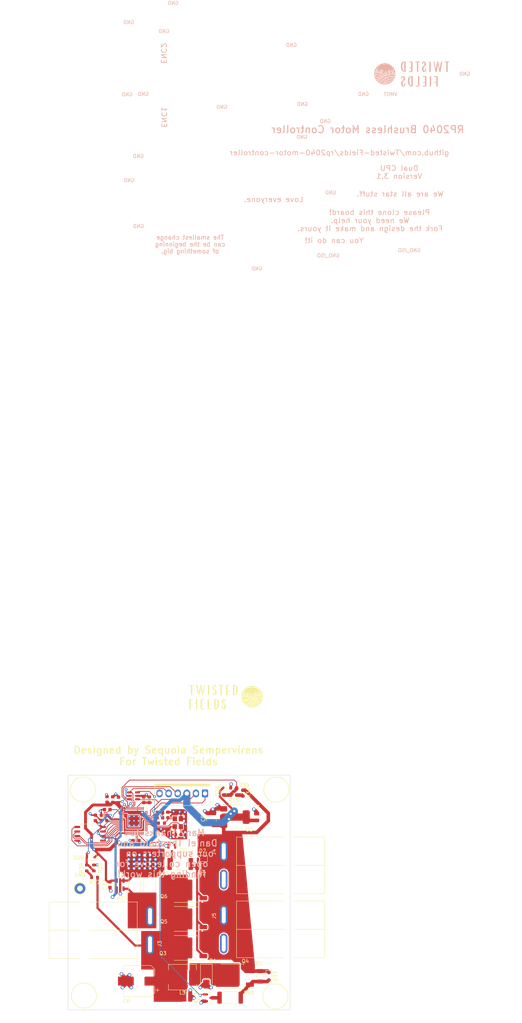
<source format=kicad_pcb>
(kicad_pcb (version 20221018) (generator pcbnew)
  (layers (0 "F.Cu" signal) (1 "In1.Cu" signal) (2 "In2.Cu" signal) (31 "B.Cu" signal) (34 "B.Paste" user) (35 "F.Paste" user) (36 "B.SilkS" user "B.Silkscreen") (37 "F.SilkS" user "F.Silkscreen") (38 "B.Mask" user) (39 "F.Mask" user) (44 "Edge.Cuts" user))
  (net 0 "")
  (net 1 "GND")
  (net 2 "VOUT")
  (net 3 "Net-(D33-A)")
  (net 4 "+3V3")
  (net 6 "unconnected-(U4-GPIO10-Pad13)")
  (net 8 "/SWCLK_2")
  (net 9 "/SWD_2")
  (net 10 "/RXI_2")
  (net 11 "/TXO_2")
  (net 12 "/QSPI_SS_2")
  (net 14 "/QSPI_SD1_2")
  (net 15 "/QSPI_SD2_2")
  (net 16 "/QSPI_SD0_2")
  (net 17 "/QSPI_SCLK_2")
  (net 18 "/QSPI_SD3_2")
  (net 19 "VOUT_ENABLE")
  (net 20 "VOUT_MEASURE")
  (net 21 "/1V1")
  (net 22 "VINPUT_MEASURE")
  (net 23 "VINPUT")
  (net 24 "Net-(U4-XIN)")
  (net 25 "Net-(C2-Pad1)")
  (net 26 "Net-(D1-K)")
  (net 27 "/V_OUT_P_GATE")
  (net 28 "V_OUT_INDUCTOR")
  (net 29 "Net-(Q2-D)")
  (net 33 "unconnected-(U4-GPIO0-Pad2)")
  (net 40 "CURRENT_MEASURE")
  (net 41 "Net-(J3-Pin_2)")
  (net 42 "Net-(U4-XOUT)")
  (net 43 "Net-(R34-Pad2)")
  (net 44 "Net-(R37-Pad2)")
  (net 56 "Net-(Q1-D)")
  (footprint "Resistor_SMD:R_0603_1608Metric" (layer "F.Cu") (at 126.395 115.255001 -90)
    (fp_text reference "R34")
    (fp_text value "50k 0.1%")
  )
  (footprint "Package_TO_SOT_SMD:SOT-23-6" (layer "F.Cu") (at 95.850002 116.005001 180)
    (fp_text reference "U1" hide)
    (fp_text value "USBLC6-4SC6")
  )
  (footprint "Resistor_SMD:R_0603_1608Metric" (layer "F.Cu") (at 123.835 113.785001 180)
    (fp_text reference "R36")
    (fp_text value "5.1k 0.1%")
  )
  (footprint "Package_TO_SOT_SMD:TO-252-2" (layer "F.Cu") (at 110.335 142.305001 180)
    (fp_text reference "Q6")
    (fp_text value "100V 34A PMOS")
  )
  (footprint "Capacitor_SMD:C_0603_1608Metric" (layer "F.Cu") (at 88.463999 116.995999 90)
    (fp_text reference "C29" hide)
    (fp_text value "100n")
  )
  (footprint "supercap:MountingHole_3.9mm_Plastite_#6" (layer "F.Cu") (at 82 171.75)
    (fp_text reference "H2" hide)
    (fp_text value "MountingHole")
  )
  (footprint "Capacitor_SMD:C_0603_1608Metric" (layer "F.Cu") (at 89.285 140.795 -90)
    (fp_text reference "C37")
    (fp_text value "100n")
  )
  (footprint "Connector_Anderson:PowerPole_PP45_1336G1_1x2_Horizontal" (layer "F.Cu") (at 100.474999 157.495 90)
    (fp_text reference "J3")
    (fp_text value "Power Output")
  )
  (footprint "Package_TO_SOT_SMD:SOT-23" (layer "F.Cu") (at 106.56165 130.965331 -90)
    (fp_text reference "Q2")
    (fp_text value "Q_NMOS_GSD")
  )
  (footprint "Resistor_SMD:R_2512_6332Metric" (layer "F.Cu") (at 100.405 140.845 -90)
    (fp_text reference "R13")
    (fp_text value "3mΩ")
  )
  (footprint "Capacitor_SMD:C_0603_1608Metric" (layer "F.Cu") (at 103.234001 120.645998)
    (fp_text reference "C15" hide)
    (fp_text value "100n")
  )
  (footprint "Resistor_SMD:R_0603_1608Metric" (layer "F.Cu") (at 103.664 123.645999)
    (fp_text reference "R8" hide)
    (fp_text value "1.1k")
  )
  (footprint "Capacitor_SMD:C_0603_1608Metric" (layer "F.Cu") (at 91.674 117.145998 90)
    (fp_text reference "C36" hide)
    (fp_text value "100n")
  )
  (footprint "supercap:MountingHole_3.9mm_Plastite_#6" (layer "F.Cu") (at 81.75 114.25)
    (fp_text reference "H4" hide)
    (fp_text value "MountingHole")
  )
  (footprint "Capacitor_SMD:C_0805_2012Metric" (layer "F.Cu") (at 130.245 121.925 90)
    (fp_text reference "C3")
    (fp_text value "10u")
  )
  (footprint "parts:Ckmtw-W-2510S06P_1x06_P2.54mm_Vertical" (layer "F.Cu") (at 115.827 115.682001 180)
    (fp_text reference "J2" hide)
    (fp_text value "Conn_01x06")
  )
  (footprint "taylor_footprints:twisted_icon" (layer "F.Cu") (at 129.177301 88.359763)
    (fp_text reference "G***" hide)
    (fp_text value "LOGO" hide)
  )
  (footprint "Resistor_SMD:R_1206_3216Metric" (layer "F.Cu") (at 131.255 166.389999 -90)
    (fp_text reference "R1")
    (fp_text value "10k")
  )
  (footprint "Capacitor_SMD:C_0603_1608Metric" (layer "F.Cu") (at 100.256 117.12 90)
    (fp_text reference "C31" hide)
    (fp_text value "100n")
  )
  (footprint "Package_TO_SOT_SMD:TO-252-2" (layer "F.Cu") (at 110.335 158.47 180)
    (fp_text reference "Q3")
    (fp_text value "100V 34A PMOS")
  )
  (footprint "TestPoint:TestPoint_Loop_D2.60mm_Drill1.6mm_Beaded" (layer "F.Cu") (at 80.905001 141.875 90)
    (fp_text reference "TP1" hide)
    (fp_text value "TestPoint")
  )
  (footprint "Capacitor_SMD:C_0603_1608Metric" (layer "F.Cu") (at 98.723999 117.119999 90)
    (fp_text reference "C33" hide)
    (fp_text value "100n")
  )
  (footprint "Capacitor_SMD:C_1210_3225Metric" (layer "F.Cu") (at 110.225001 172.115)
    (fp_text reference "C7")
    (fp_text value "4.7uF 100V")
  )
  (footprint "Connector_Anderson:PowerPole_PP45_1336G1_1x2_Horizontal" (layer "F.Cu") (at 121.055001 149.325 -90)
    (fp_text reference "J5")
    (fp_text value "Conn_01x02")
  )
  (footprint "Package_SO:SOIC-8_5.23x5.23mm_P1.27mm" (layer "F.Cu") (at 83.752 126.602999)
    (fp_text reference "U2" hide)
    (fp_text value "W25Q128JVSIQ")
  )
  (footprint "Resistor_SMD:R_0603_1608Metric" (layer "F.Cu") (at 123.835001 115.795 180)
    (fp_text reference "R35")
    (fp_text value "50k 0.1%")
  )
  (footprint "Package_TO_SOT_SMD:TO-252-2" (layer "F.Cu") (at 110.335 150.36 180)
    (fp_text reference "Q5")
    (fp_text value "100V 34A PMOS")
  )
  (footprint "Resistor_SMD:R_0603_1608Metric" (layer "F.Cu") (at 82.785001 136.135 90)
    (fp_text reference "R38")
    (fp_text value "50k 0.1%")
  )
  (footprint "Resistor_SMD:R_0603_1608Metric" (layer "F.Cu") (at 84.984998 138.775 180)
    (fp_text reference "R37")
    (fp_text value "50k 0.1%")
  )
  (footprint "Diode_SMD:D_SMA" (layer "F.Cu") (at 116.215 166.53 -90)
    (fp_text reference "D1")
    (fp_text value "SS310")
  )
  (footprint "supercap:MountingHole_3.9mm_Plastite_#6" (layer "F.Cu") (at 135.75 114.25)
    (fp_text reference "H3" hide)
    (fp_text value "MountingHole")
  )
  (footprint "Diode_SMD:D_SOD-323" (layer "F.Cu") (at 133.675 166.36 -90)
    (fp_text reference "D33")
    (fp_text value "Zener 10v")
  )
  (footprint "Capacitor_SMD:C_0603_1608Metric" (layer "F.Cu") (at 105.484001 121.336 90)
    (fp_text reference "C2" hide)
    (fp_text value "20p")
  )
  (footprint "Package_TO_SOT_SMD:SOT-23-6" (layer "F.Cu") (at 92.125 140.805 90)
    (fp_text reference "U7")
    (fp_text value "INA181A2")
  )
  (footprint "Package_TO_SOT_SMD:TO-252-2" (layer "F.Cu") (at 123.335 166.415 180)
    (fp_text reference "Q4")
    (fp_text value "100V 34A PMOS")
  )
  (footprint "Capacitor_SMD:C_0603_1608Metric" (layer "F.Cu") (at 96.554 128.497999 180)
    (fp_text reference "C34" hide)
    (fp_text value "100n")
  )
  (footprint "Capacitor_SMD:C_0603_1608Metric" (layer "F.Cu") (at 85.212 122.173998 90)
    (fp_text reference "C4" hide)
    (fp_text value "100n")
  )
  (footprint "supercap:MountingHole_3.9mm_Plastite_#6" (layer "F.Cu") (at 135.5 172)
    (fp_text reference "H1" hide)
    (fp_text value "MountingHole")
  )
  (footprint "Resistor_SMD:R_0603_1608Metric" (layer "F.Cu") (at 84.795 136.135 90)
    (fp_text reference "R39")
    (fp_text value "5.1k 0.1%")
  )
  (footprint "Capacitor_SMD:C_0603_1608Metric" (layer "F.Cu") (at 87.623999 121.416 180)
    (fp_text reference "C30" hide)
    (fp_text value "100n")
  )
  (footprint "Capacitor_SMD:C_0603_1608Metric" (layer "F.Cu") (at 87.634001 122.905999 180)
    (fp_text reference "C16" hide)
    (fp_text value "1u")
  )
  (footprint "Crystal:Crystal_SMD_3225-4Pin_3.2x2.5mm" (layer "F.Cu") (at 108.244 123.516 -90)
    (fp_text reference "Y1" hide)
    (fp_text value "12MHz")
  )
  (footprint "Resistor_SMD:R_2512_6332Metric" (layer "F.Cu") (at 96.164999 140.845 -90)
    (fp_text reference "R15")
    (fp_text value "3mΩ")
  )
  (footprint "Diode_SMD:D_SOD-323" (layer "F.Cu") (at 83.91 133.175 180)
    (fp_text reference "D29")
    (fp_text value "1N4148WS")
  )
  (footprint "Connector_Anderson:PowerPole_PP45_1336G1_1x2_Horizontal" (layer "F.Cu") (at 121.055001 131.475 -90)
    (fp_text reference "J4")
    (fp_text value "Conn_01x02")
  )
  (footprint "Diode_SMD:D_SOD-323" (layer "F.Cu") (at 114.89165 133.50533 180)
    (fp_text reference "D2")
    (fp_text value "Zener 10v")
  )
  (footprint "Package_TO_SOT_SMD:SOT-223-3_TabPin2" (layer "F.Cu") (at 124.175 121.94)
    (fp_text reference "U3")
    (fp_text value "LD1117S33TR_SOT223")
  )
  (footprint "Resistor_SMD:R_1206_3216Metric" (layer "F.Cu") (at 115.106651 135.825331 180)
    (fp_text reference "R2")
    (fp_text value "10k")
  )
  (footprint "Capacitor_SMD:C_0603_1608Metric" (layer "F.Cu") (at 90.064001 117.055999 90)
    (fp_text reference "C32" hide)
    (fp_text value "1u")
  )
  (footprint "Capacitor_SMD:C_0603_1608Metric" (layer "F.Cu") (at 103.223999 122.145999)
    (fp_text reference "C35" hide)
    (fp_text value "100n")
  )
  (footprint "Capacitor_SMD:C_1210_3225Metric" (layer "F.Cu") (at 117.615 122.325 90)
    (fp_text reference "C5")
    (fp_text value "4.7uF 100V")
  )
  (footprint "Diode_SMD:D_SOD-323" (layer "F.Cu") (at 120.974999 114.740001 -90)
    (fp_text reference "D28")
    (fp_text value "1N4148WS")
  )
  (footprint "Capacitor_SMD:CP_Elec_8x10.5" (layer "F.Cu") (at 97.425 167.725 180)
    (fp_text reference "C6")
    (fp_text value "47uF 63V solid")
  )
  (footprint "Inductor_SMD:L_Chilisin_BMRB00060612" (layer "F.Cu") (at 109.524999 166.63 180)
    (fp_text reference "L3")
    (fp_text value "47uH")
  )
  (footprint "Package_TO_SOT_SMD:SOT-23" (layer "F.Cu") (at 116.859997 172.395)
    (fp_text reference "Q1")
    (fp_text value "Q_NMOS_GSD")
  )
  (footprint "taylor_footprints:twisted" (layer "F.Cu") (at 118.223713 86.5)
    (fp_text reference "G***" hide)
    (fp_text value "LOGO" hide)
  )
  (footprint "Resistor_SMD:R_2512_6332Metric" (layer "F.Cu") (at 108.89665 135.025331)
    (fp_text reference "R3")
    (fp_text value "2k 2 watt")
  )
  (footprint "taylor_footprints:twisted_2" (layer "F.Cu") (at 105.942372 90.397147)
    (fp_text reference "G***" hide)
    (fp_text value "LOGO" hide)
  )
  (footprint "Resistor_SMD:R_2512_6332Metric" (layer "F.Cu") (at 122.845 172.345)
    (fp_text reference "R40")
    (fp_text value "2k 2 watt")
  )
  (footprint "Capacitor_SMD:C_0603_1608Metric" (layer "F.Cu") (at 88.524 119.845999 180)
    (fp_text reference "C14" hide)
    (fp_text value "100n")
  )
  (footprint "RP2040_minimal:RP2040-QFN-56" (layer "F.Cu") (at 95.994 122.985999 90)
    (fp_text reference "U4" hide)
    (fp_text value "RP2040")
  )
  (footprint "Capacitor_SMD:C_0603_1608Metric" (layer "F.Cu") (at 108.344 126.835999 180)
    (fp_text reference "C1" hide)
    (fp_text value "20p")
  )
  (footprint "taylor_footprints:twisted_icon" (layer "B.Cu") (at 165.840374 -85.494999 180)
    (fp_text reference "G***" hide)
    (fp_text value "LOGO" hide)
  )
  (footprint "taylor_footprints:twisted_2" (layer "B.Cu") (at 186.296715 -83.447852 180)
    (fp_text reference "G***" hide)
    (fp_text value "LOGO" hide)
  )
  (footprint "taylor_footprints:twisted" (layer "B.Cu") (at 177.265374 -87.519999 180)
    (fp_text reference "G***" hide)
    (fp_text value "LOGO" hide)
  )
  (gr_rect (start 77.6 110.25) (end 139.6 175.75) (stroke (width 0.1)) (fill none) (layer "Edge.Cuts"))
  (gr_text "Many thanks to\nDaniel Theobald and\nour supporters on " (at 105.280025 129.199977) (layer "B.SilkS") (effects (font (size 1.8 1.8) (thickness 0.3)) (justify mirror)))
  (gr_text "GND" (at 139.95 -93.569999) (layer "B.SilkS") (effects (font (size 1 1)) (justify mirror)))
  (gr_text "ENC1" (at 104.4 -73.434999 270) (layer "B.SilkS") (effects (font (size 1.4 1.5) (thickness 0.2)) (justify mirror)))
  (gr_text "We need your help.\nFork the design and make it yours." (at 161.92 -43.469999) (layer "B.SilkS") (effects (font (size 1.4 1.5) (thickness 0.2)) (justify mirror)))
  (gr_text "RP2040 Brushless Motor Controller" (at 161.275 -69.994999) (layer "B.SilkS") (effects (font (size 2 2) (thickness 0.3)) (justify mirror)))
  (gr_text "GND" (at 149.4 -72.319999) (layer "B.SilkS") (effects (font (size 1 1)) (justify mirror)))
  (gr_text "ENC2" (at 104.275 -91.244999 270) (layer "B.SilkS") (effects (font (size 1.4 1.5) (thickness 0.2)) (justify mirror)))
  (gr_text "GND" (at 98.6 -79.894999) (layer "B.SilkS") (effects (font (size 1 1)) (justify mirror)))
  (gr_text "GND_ISO" (at 172.85 -36.269999) (layer "B.SilkS") (effects (font (size 1 1)) (justify mirror)))
  (gr_text "GND" (at 97.2 -62.569999) (layer "B.SilkS") (effects (font (size 1 1)) (justify mirror)))
  (gr_text "We are all star stuff." (at 170.325 -52.019999) (layer "B.SilkS") (effects (font (size 1.4 1.5) (thickness 0.2)) (justify mirror)))
  (gr_text "GND" (at 120.55 -76.269999) (layer "B.SilkS") (effects (font (size 1 1)) (justify mirror)))
  (gr_text "GND" (at 160.05 -79.869999) (layer "B.SilkS") (effects (font (size 1 1)) (justify mirror)))
  (gr_text "The smallest change\ncan be the beginning\nof something big." (at 111.675 -37.944999) (layer "B.SilkS") (effects (font (size 1.2 1.2) (thickness 0.2)) (justify mirror)))
  (gr_text "You can do it!" (at 151.93 -39.009999) (layer "B.SilkS") (effects (font (size 1.4 1.5) (thickness 0.2)) (justify mirror)))
  (gr_text "github.com/Twisted-Fields/rp2040-motor-controller" (at 153.35 -63.519999) (layer "B.SilkS") (effects (font (size 1.4 1.5) (thickness 0.2)) (justify mirror)))
  (gr_text "GND_ISO" (at 150.25 -34.819999) (layer "B.SilkS") (effects (font (size 1 1)) (justify mirror)))
  (gr_text "GND" (at 188.35 -85.519999) (layer "B.SilkS") (effects (font (size 1 1)) (justify mirror)))
  (gr_text "GND" (at 150.95 -52.369999) (layer "B.SilkS") (effects (font (size 1 1)) (justify mirror)))
  (gr_text "GND" (at 97.25 -42.994999) (layer "B.SilkS") (effects (font (size 1 1)) (justify mirror)))
  (gr_text "GND" (at 94.075 -79.769999) (layer "B.SilkS") (effects (font (size 1 1)) (justify mirror)))
  (gr_text "GND" (at 94.6 -55.789999) (layer "B.SilkS") (effects (font (size 1 1)) (justify mirror)))
  (gr_text "open collective for\nfunding this work!" (at 103.780025 136.399977) (layer "B.SilkS") (effects (font (size 1.8 1.8) (thickness 0.3)) (justify mirror)))
  (gr_text "GND" (at 104.35 -97.419999) (layer "B.SilkS") (effects (font (size 1 1)) (justify mirror)))
  (gr_text "VMOT" (at 167.625 -79.819999) (layer "B.SilkS") (effects (font (size 1 1)) (justify mirror)))
  (gr_text "GND" (at 143.05 -77.069999) (layer "B.SilkS") (effects (font (size 1 1)) (justify mirror)))
  (gr_text "GND" (at 94.55 -99.919999) (layer "B.SilkS") (effects (font (size 1 1)) (justify mirror)))
  (gr_text "Please clone this board!" (at 164.595 -46.864999) (layer "B.SilkS") (effects (font (size 1.4 1.5) (thickness 0.2)) (justify mirror)))
  (gr_text "Love everyone." (at 134.975 -50.469999) (layer "B.SilkS") (effects (font (size 1.4 1.5) (thickness 0.2)) (justify mirror)))
  (gr_text "Dual CPU\nVersion 3.1" (at 170.05 -58.064999) (layer "B.SilkS") (effects (font (size 1.4 1.5) (thickness 0.2)) (justify mirror)))
  (gr_text "GND" (at 130.325 -31.169999) (layer "B.SilkS") (effects (font (size 1 1)) (justify mirror)))
  (gr_text "GND" (at 142.9 -67.869999) (layer "B.SilkS") (effects (font (size 1 1)) (justify mirror)))
  (gr_text "GND" (at 106.925 -105.294999) (layer "B.SilkS") (effects (font (size 1 1)) (justify mirror)))
  (gr_text "GND" (at 79.270001 138.71) (layer "F.SilkS") (effects (font (size 1 1)) (justify left bottom)))
  (gr_text "Designed by Sequoia Sempervirens\nFor Twisted Fields" (at 105.625 104.835001) (layer "F.SilkS") (effects (font (size 2 2) (thickness 0.3))))
  (segment (start 86.849001 121.416) (end 86.849 120.568999) (width 0.4) (layer "F.Cu") (net 1))
  (segment (start 95.779 128.497999) (end 94.997999 128.497999) (width 0.6) (layer "F.Cu") (net 1))
  (segment (start 99.469 115.6) (end 99.499999 115.6) (width 0.6) (layer "F.Cu") (net 1))
  (segment (start 88.463999 115.813998) (end 88.463999 116.220999) (width 0.6) (layer "F.Cu") (net 1))
  (segment (start 84.795 135.31) (end 85.69 135.31) (width 0.6) (layer "F.Cu") (net 1))
  (segment (start 121.025 119.64) (end 120.39 119.64) (width 1) (layer "F.Cu") (net 1))
  (segment (start 117.615 120.85) (end 117.615 120.135) (width 1) (layer "F.Cu") (net 1))
  (segment (start 80.152 128.507999) (end 80.288001 128.507999) (width 0.6) (layer "F.Cu") (net 1))
  (segment (start 86.849 120.568999) (end 86.55 120.269999) (width 0.4) (layer "F.Cu") (net 1))
  (segment (start 103.909001 120.446) (end 104.008999 120.545999) (width 0.4) (layer "F.Cu") (net 1))
  (segment (start 92.125 141.9425) (end 92.125 139.6675) (width 0.6) (layer "F.Cu") (net 1))
  (segment (start 99.499999 115.788999) (end 99.499999 115.6) (width 0.6) (layer "F.Cu") (net 1))
  (segment (start 98.724001 116.344999) (end 99.469 115.6) (width 0.6) (layer "F.Cu") (net 1))
  (segment (start 112.365 172.115) (end 112.75 172.5) (width 1) (layer "F.Cu") (net 1))
  (segment (start 93.725 167.725) (end 93.725 168.525) (width 1) (layer "F.Cu") (net 1))
  (segment (start 116.215 168.53) (end 117.185 169.5) (width 1) (layer "F.Cu") (net 1))
  (segment (start 90.9 115.805) (end 90.9 115.5) (width 0.4) (layer "F.Cu") (net 1))
  (segment (start 84.128999 121.398999) (end 85.212 121.398998) (width 0.4) (layer "F.Cu") (net 1))
  (segment (start 87.749 119.845999) (end 86.974 119.845998) (width 0.4) (layer "F.Cu") (net 1))
  (segment (start 123.01 113.785001) (end 123.01 112.886) (width 0.6) (layer "F.Cu") (net 1))
  (segment (start 123.01 112.886) (end 123.146 112.75) (width 0.6) (layer "F.Cu") (net 1))
  (segment (start 118.825 119.64) (end 117.615 120.85) (width 1) (layer "F.Cu") (net 1))
  (segment (start 93.725 166.975) (end 92.5 165.75) (width 1) (layer "F.Cu") (net 1))
  (segment (start 111.700001 172.115) (end 112.365 172.115) (width 1) (layer "F.Cu") (net 1))
  (segment (start 115.47 168.53) (end 114.5 169.5) (width 1) (layer "F.Cu") (net 1))
  (segment (start 121.025 119.64) (end 118.825 119.64) (width 1) (layer "F.Cu") (net 1))
  (segment (start 101.066 123.985999) (end 101.249999 124.169999) (width 0.2) (layer "F.Cu") (net 1))
  (segment (start 103.999 122.145999) (end 103.999 121.87441) (width 0.4) (layer "F.Cu") (net 1))
  (segment (start 89.285 142.285) (end 89.5 142.5) (width 0.6) (layer "F.Cu") (net 1))
  (segment (start 116.215 168.53) (end 115.47 168.53) (width 1) (layer "F.Cu") (net 1))
  (segment (start 93.725 167.725) (end 93.725 167.975) (width 1) (layer "F.Cu") (net 1))
  (segment (start 105.61165 130.027831) (end 105.027831 130.027831) (width 0.6) (layer "F.Cu") (net 1))
  (segment (start 93.725 167.975) (end 95.25 169.5) (width 1) (layer "F.Cu") (net 1))
  (segment (start 86.718999 122.905999) (end 85.212 121.398998) (width 0.4) (layer "F.Cu") (net 1))
  (segment (start 89.285 141.57) (end 89.285 142.285) (width 0.6) (layer "F.Cu") (net 1))
  (segment (start 116.35 120.85) (end 115.75 120.25) (width 1) (layer "F.Cu") (net 1))
  (segment (start 91.770998 116.370998) (end 90.9 115.5) (width 0.6) (layer "F.Cu") (net 1))
  (segment (start 115.155 173.345) (end 114.75 173.75) (width 1) (layer "F.Cu") (net 1))
  (segment (start 92.125 141.9425) (end 92.125 143.256102) (width 0.6) (layer "F.Cu") (net 1))
  (segment (start 86.859 122.905998) (end 86.718999 122.905999) (width 0.4) (layer "F.Cu") (net 1))
  (segment (start 117.615 120.85) (end 116.35 120.85) (width 1) (layer "F.Cu") (net 1))
  (segment (start 99.094998 116.005001) (end 96.987502 116.005001) (width 0.6) (layer "F.Cu") (net 1))
  (segment (start 90.064001 116.280999) (end 90.119001 116.280999) (width 0.6) (layer "F.Cu") (net 1))
  (segment (start 94.379999 139.6675) (end 96.164999 137.8825) (width 0.6) (layer "F.Cu") (net 1))
  (segment (start 111.700001 170.299999) (end 111.75 170.25) (width 1) (layer "F.Cu") (net 1))
  (segment (start 100.055999 116.344999) (end 99.499999 115.788999) (width 0.6) (layer "F.Cu") (net 1))
  (segment (start 99.499999 115.6) (end 99.094998 116.005001) (width 0.6) (layer "F.Cu") (net 1))
  (segment (start 105.027831 130.027831) (end 105 130) (width 0.6) (layer "F.Cu") (net 1))
  (segment (start 86.974 119.845998) (end 86.55 120.269999) (width 0.4) (layer "F.Cu") (net 1))
  (segment (start 93.725 167.025) (end 94.75 166) (width 1) (layer "F.Cu") (net 1))
  (segment (start 88.32 115.669999) (end 88.463999 115.813998) (width 0.6) (layer "F.Cu") (net 1))
  (segment (start 92.125 143.256102) (end 92.19793 143.329032) (width 0.6) (layer "F.Cu") (net 1))
  (segment (start 117.185 169.5) (end 117.5 169.5) (width 1) (layer "F.Cu") (net 1))
  (segment (start 115.922497 173.345) (end 115.155 173.345) (width 1) (layer "F.Cu") (net 1))
  (segment (start 130.245 120.975) (end 130.245 120.495) (width 1) (layer "F.Cu") (net 1))
  (segment (start 90.624001 116.080999) (end 90.9 115.805) (width 0.4) (layer "F.Cu") (net 1))
  (segment (start 104.008999 120.545999) (end 104.009001 121.315926) (width 0.4) (layer "F.Cu") (net 1))
  (segment (start 120.39 119.64) (end 119.25 118.5) (width 1) (layer "F.Cu") (net 1))
  (segment (start 93.075 139.6675) (end 94.379999 139.6675) (width 0.6) (layer "F.Cu") (net 1))
  (segment (start 83.725 120.994999) (end 84.128999 121.398999) (width 0.4) (layer "F.Cu") (net 1))
  (segment (start 94.997999 128.497999) (end 94.9 128.4) (width 0.6) (layer "F.Cu") (net 1))
  (segment (start 93.725 167.725) (end 93.725 167.025) (width 1) (layer "F.Cu") (net 1))
  (segment (start 99.4315 123.985999) (end 101.066 123.985999) (width 0.2) (layer "F.Cu") (net 1))
  (segment (start 93.075 139.6675) (end 92.125 139.6675) (width 0.6) (layer "F.Cu") (net 1))
  (segment (start 93.725 168.525) (end 92.75 169.5) (width 1) (layer "F.Cu") (net 1))
  (segment (start 104.009001 121.315926) (end 103.724757 121.600169) (width 0.4) (layer "F.Cu") (net 1))
  (segment (start 130.245 120.495) (end 129.5 119.75) (width 1) (layer "F.Cu") (net 1))
  (segment (start 103.999 121.87441) (end 103.724757 121.600169) (width 0.4) (layer "F.Cu") (net 1))
  (segment (start 111.700001 172.115) (end 111.700001 170.299999) (width 1) (layer "F.Cu") (net 1))
  (segment (start 117.615 120.135) (end 118 119.75) (width 1) (layer "F.Cu") (net 1))
  (segment (start 85.69 135.31) (end 85.7 135.3) (width 0.6) (layer "F.Cu") (net 1))
  (segment (start 90.119001 116.280999) (end 90.9 115.5) (width 0.6) (layer "F.Cu") (net 1))
  (segment (start 93.725 167.725) (end 93.725 166.975) (width 1) (layer "F.Cu") (net 1))
  (segment (start 80.288001 128.507999) (end 80.85 129.07) (width 0.6) (layer "F.Cu") (net 1))
  (via (at 129.5 119.75) (size 1) (drill 0.6) (layers "F.Cu" "B.Cu") (net 1))
  (via (at 103.724757 121.600169) (size 0.8) (drill 0.4) (layers "F.Cu" "B.Cu") (net 1))
  (via (at 107.05 120.369999) (size 0.8) (drill 0.4) (layers "F.Cu" "B.Cu") (net 1))
  (via (at 112.75 172.5) (size 1) (drill 0.6) (layers "F.Cu" "B.Cu") (net 1))
  (via (at 96 135) (size 1) (drill 0.6) (layers "F.Cu" "B.Cu") (net 1))
  (via (at 96 132.5) (size 1) (drill 0.6) (layers "F.Cu" "B.Cu") (net 1))
  (via (at 95.999999 133.750001) (size 1) (drill 0.6) (layers "F.Cu" "B.Cu") (net 1))
  (via (at 100.5 134.999999) (size 1) (drill 0.6) (layers "F.Cu" "B.Cu") (net 1))
  (via (at 86.55 120.269999) (size 0.8) (drill 0.4) (layers "F.Cu" "B.Cu") (net 1))
  (via (at 92.5 165.75) (size 1) (drill 0.6) (layers "F.Cu" "B.Cu") (net 1))
  (via (at 105 130) (size 1) (drill 0.6) (layers "F.Cu" "B.Cu") (net 1))
  (via (at 83.725 120.994999) (size 0.8) (drill 0.4) (layers "F.Cu" "B.Cu") (net 1))
  (via (at 115.75 120.25) (size 1) (drill 0.6) (layers "F.Cu" "B.Cu") (net 1))
  (via (at 100.5 133.75) (size 1) (drill 0.6) (layers "F.Cu" "B.Cu") (net 1))
  (via (at 94.5 136.25) (size 1) (drill 0.6) (layers "F.Cu" "B.Cu") (net 1))
  (via (at 102 136.25) (size 1) (drill 0.6) (layers "F.Cu" "B.Cu") (net 1))
  (via (at 89.5 142.5) (size 1) (drill 0.6) (layers "F.Cu" "B.Cu") (net 1))
  (via (at 114.5 169.5) (size 1) (drill 0.6) (layers "F.Cu" "B.Cu") (net 1))
  (via (at 102.000001 135) (size 1) (drill 0.6) (layers "F.Cu" "B.Cu") (net 1))
  (via (at 90.9 115.5) (size 0.8) (drill 0.4) (layers "F.Cu" "B.Cu") (net 1))
  (via (at 111.75 170.25) (size 1) (drill 0.6) (layers "F.Cu" "B.Cu") (net 1))
  (via (at 103.55 125.269998) (size 0.8) (drill 0.4) (layers "F.Cu" "B.Cu") (net 1))
  (via (at 80.85 129.07) (size 0.8) (drill 0.4) (layers "F.Cu" "B.Cu") (net 1))
  (via (at 85.7 135.3) (size 0.8) (drill 0.4) (layers "F.Cu" "B.Cu") (net 1))
  (via (at 94.75 166) (size 1) (drill 0.6) (layers "F.Cu" "B.Cu") (net 1))
  (via (at 108.749999 120.469999) (size 0.8) (drill 0.4) (layers "F.Cu" "B.Cu") (net 1))
  (via (at 118 119.75) (size 1) (drill 0.6) (layers "F.Cu" "B.Cu") (net 1))
  (via (at 100.499999 132.500001) (size 1) (drill 0.6) (layers "F.Cu" "B.Cu") (net 1))
  (via (at 99 132.5) (size 1) (drill 0.6) (layers "F.Cu" "B.Cu") (net 1))
  (via (at 92.19793 143.329032) (size 1) (drill 0.6) (layers "F.Cu" "B.Cu") (net 1))
  (via (at 99.499999 115.6) (size 0.8) (drill 0.4) (layers "F.Cu" "B.Cu") (net 1))
  (via (at 94.5 132.500001) (size 1) (drill 0.6) (layers "F.Cu" "B.Cu") (net 1))
  (via (at 110.190444 120.529555) (size 0.8) (drill 0.4) (layers "F.Cu" "B.Cu") (net 1))
  (via (at 110.35 123.869999) (size 0.8) (drill 0.4) (layers "F.Cu" "B.Cu") (net 1))
  (via (at 99 136.250001) (size 1) (drill 0.6) (layers "F.Cu" "B.Cu") (net 1))
  (via (at 119.25 118.5) (size 1) (drill 0.6) (layers "F.Cu" "B.Cu") (net 1))
  (via (at 117.5 169.5) (size 1) (drill 0.6) (layers "F.Cu" "B.Cu") (net 1))
  (via (at 88.32 115.669999) (size 0.8) (drill 0.4) (layers "F.Cu" "B.Cu") (net 1))
  (via (at 94.5 133.75) (size 1) (drill 0.6) (layers "F.Cu" "B.Cu") (net 1))
  (via (at 97.5 135) (size 1) (drill 0.6) (layers "F.Cu" "B.Cu") (net 1))
  (via (at 99 135) (size 1) (drill 0.6) (layers "F.Cu" "B.Cu") (net 1))
  (via (at 97.500001 133.75) (size 1) (drill 0.6) (layers "F.Cu" "B.Cu") (net 1))
  (via (at 95.25 169.5) (size 1) (drill 0.6) (layers "F.Cu" "B.Cu") (net 1))
  (via (at 97.5 132.5) (size 1) (drill 0.6) (layers "F.Cu" "B.Cu") (net 1))
  (via (at 102 133.75) (size 1) (drill 0.6) (layers "F.Cu" "B.Cu") (net 1))
  (via (at 97.500001 136.25) (size 1) (drill 0.6) (layers "F.Cu" "B.Cu") (net 1))
  (via (at 96 136.249999) (size 1) (drill 0.6) (layers "F.Cu" "B.Cu") (net 1))
  (via (at 110.35 126.169999) (size 0.8) (drill 0.4) (layers "F.Cu" "B.Cu") (net 1))
  (via (at 94.5 135.000001) (size 1) (drill 0.6) (layers "F.Cu" "B.Cu") (net 1))
  (via (at 123.146 112.75) (size 1) (drill 0.6) (layers "F.Cu" "B.Cu") (net 1))
  (via (at 106.15 127.669998) (size 0.8) (drill 0.4) (layers "F.Cu" "B.Cu") (net 1))
  (via (at 100.5 136.25) (size 1) (drill 0.6) (layers "F.Cu" "B.Cu") (net 1))
  (via (at 99 133.750001) (size 1) (drill 0.6) (layers "F.Cu" "B.Cu") (net 1))
  (via (at 92.75 169.5) (size 1) (drill 0.6) (layers "F.Cu" "B.Cu") (net 1))
  (via (at 110.007463 127.575506) (size 0.8) (drill 0.4) (layers "F.Cu" "B.Cu") (net 1))
  (via (at 94.9 128.4) (size 0.8) (drill 0.4) (layers "F.Cu" "B.Cu") (net 1))
  (via (at 114.75 173.75) (size 1) (drill 0.6) (layers "F.Cu" "B.Cu") (net 1))
  (via (at 104.52446 125.719998) (size 0.8) (drill 0.4) (layers "F.Cu" "B.Cu") (net 1))
  (segment (start 85.809998 138.775) (end 85.809998 144) (width 0.6) (layer "F.Cu") (net 2))
  (segment (start 98.4 157.8) (end 98.6 157.6) (width 0.6) (layer "F.Cu") (net 2))
  (segment (start 96.3 157.8) (end 98.4 157.8) (width 0.6) (layer "F.Cu") (net 2))
  (segment (start 85.809998 147.309998) (end 96.3 157.8) (width 0.6) (layer "F.Cu") (net 2))
  (segment (start 85.809998 144) (end 85.809998 147.309998) (width 0.6) (layer "F.Cu") (net 2))
  (segment (start 131.255 167.852499) (end 129.217501 167.852499) (width 1) (layer "F.Cu") (net 3))
  (segment (start 129.217501 167.852499) (end 128.375 168.695) (width 1) (layer "F.Cu") (net 3))
  (segment (start 125.8075 172.345) (end 125.8075 171.2625) (width 1) (layer "F.Cu") (net 3))
  (segment (start 131.255 167.852499) (end 133.232501 167.852499) (width 1) (layer "F.Cu") (net 3))
  (segment (start 133.232501 167.852499) (end 133.675 167.41) (width 1) (layer "F.Cu") (net 3))
  (segment (start 125.8075 171.2625) (end 128.375 168.695) (width 1) (layer "F.Cu") (net 3))
  (segment (start 124 121.94) (end 124 120.25) (width 2) (layer "F.Cu") (net 4))
  (segment (start 91.170998 117.920998) (end 92.556501 119.306501) (width 0.8) (layer "F.Cu") (net 4))
  (segment (start 98.723999 117.895) (end 100.675 117.894999) (width 0.6) (layer "F.Cu") (net 4))
  (segment (start 130.245 122.875) (end 128.26 122.875) (width 1) (layer "F.Cu") (net 4))
  (segment (start 84.85 131.05) (end 84.85 130.969999) (width 0.6) (layer "F.Cu") (net 4))
  (segment (start 124 121.94) (end 127.325 121.94) (width 2) (layer "F.Cu") (net 4))
  (segment (start 102.449001 122.145999) (end 101.809001 122.785999) (width 0.2) (layer "F.Cu") (net 4))
  (segment (start 92.5565 122.785999) (end 91.75 122.785998) (width 0.2) (layer "F.Cu") (net 4))
  (segment (start 119.974999 114.690001) (end 119.974999 116.224999) (width 0.6) (layer "F.Cu") (net 4))
  (segment (start 92.5565 122.385999) (end 91.750001 122.385999) (width 0.2) (layer "F.Cu") (net 4))
  (segment (start 89.6375 139.6675) (end 89.285 140.02) (width 0.6) (layer "F.Cu") (net 4))
  (segment (start 96.994 119.548499) (end 96.993999 120.425999) (width 0.2) (layer "F.Cu") (net 4))
  (segment (start 96.993999 126.4235) (end 96.993999 125.725999) (width 0.2) (layer "F.Cu") (net 4))
  (segment (start 86.1815 123.9185) (end 86.961 124.697999) (width 0.6) (layer "F.Cu") (net 4))
  (segment (start 92.072304 119.364302) (end 93.194 119.364302) (width 0.6) (layer "F.Cu") (net 4))
  (segment (start 90.506793 122.585999) (end 91.549999 122.585999) (width 0.6) (layer "F.Cu") (net 4))
  (segment (start 94.712502 116.005001) (end 94.050003 116.005001) (width 0.2) (layer "F.Cu") (net 4))
  (segment (start 96.993999 125.725999) (end 97.05 125.67) (width 0.2) (layer "F.Cu") (net 4))
  (segment (start 84.96 133.175) (end 85.025 133.175) (width 0.6) (layer "F.Cu") (net 4))
  (segment (start 84.475 118.569999) (end 82.449999 120.594999) (width 0.8) (layer "F.Cu") (net 4))
  (segment (start 121.025 121.94) (end 124 121.94) (width 2) (layer "F.Cu") (net 4))
  (segment (start 98.28 120.8) (end 98.45 120.969999) (width 0.2) (layer "F.Cu") (net 4))
  (segment (start 99.4315 122.785998) (end 98.834 122.785999) (width 0.2) (layer "F.Cu") (net 4))
  (segment (start 86 132.2) (end 84.85 131.05) (width 0.6) (layer "F.Cu") (net 4))
  (segment (start 98.723999 117.895) (end 98.675 117.894998) (width 0.2) (layer "F.Cu") (net 4))
  (segment (start 128.26 122.875) (end 127.325 121.94) (width 1) (layer "F.Cu") (net 4))
  (segment (start 93.394 126.525998) (end 93.394001 126.423498) (width 0.2) (layer "F.Cu") (net 4))
  (segment (start 89.4 118.569999) (end 88.601 117.770999) (width 0.8) (layer "F.Cu") (net 4))
  (segment (start 91.994998 117.6) (end 91.674 117.920998) (width 0.2) (layer "F.Cu") (net 4))
  (segment (start 90.580129 127.780129) (end 90.580129 127.580129) (width 0.6) (layer "F.Cu") (net 4))
  (segment (start 119.974999 116.224999) (end 124 120.25) (width 0.6) (layer "F.Cu") (net 4))
  (segment (start 96.994 128.162999) (end 97.329 128.497999) (width 0.2) (layer "F.Cu") (net 4))
  (segment (start 88.16 134.36) (end 86 132.2) (width 0.6) (layer "F.Cu") (net 4))
  (segment (start 88.399 121.415999) (end 88.5161 121.415999) (width 0.6) (layer "F.Cu") (net 4))
  (segment (start 89.20005 122.099951) (end 89.20005 121.59995) (width 0.6) (layer "F.Cu") (net 4))
  (segment (start 92.7 117.6) (end 91.994998 117.6) (width 0.2) (layer "F.Cu") (net 4))
  (segment (start 96.994 126.423499) (end 96.994 128.162999) (width 0.2) (layer "F.Cu") (net 4))
  (segment (start 90.049001 117.920998) (end 91.170998 117.920998) (width 0.8) (layer "F.Cu") (net 4))
  (segment (start 96.994 119.014639) (end 98.113639 117.895) (width 0.2) (layer "F.Cu") (net 4))
  (segment (start 91.736759 126.423499) (end 90.580129 127.580129) (width 0.4) (layer "F.Cu") (net 4))
  (segment (start 96.994 119.548499) (end 96.994 119.014639) (width 0.2) (layer "F.Cu") (net 4))
  (segment (start 89.20005 122.099951) (end 89.723652 122.623553) (width 0.6) (layer "F.Cu") (net 4))
  (segment (start 84.15 126.75) (end 84.149999 128.269999) (width 0.8) (layer "F.Cu") (net 4))
  (segment (start 89.723652 122.623553) (end 90.469239 122.623554) (width 0.6) (layer "F.Cu") (net 4))
  (segment (start 91.175 139.6675) (end 89.6375 139.6675) (width 0.6) (layer "F.Cu") (net 4))
  (segment (start 87.044183 124.698) (end 87.351999 124.698) (width 0.4) (layer "F.Cu") (net 4))
  (segment (start 89.230001 130.969999) (end 91.5 128.7) (width 1) (layer "F.Cu") (net 4))
  (segment (start 92.556501 119.306501) (end 92.556501 120.085998) (width 0.8) (layer "F.Cu") (net 4))
  (segment (start 93.394 119.548499) (end 93.393999 119.363999) (width 0.2) (layer "F.Cu") (net 4))
  (segment (start 98.113639 117.895) (end 98.723999 117.895) (width 0.2) (layer "F.Cu") (net 4))
  (segment (start 89.4 118.569999) (end 90.049001 117.920998) (width 0.8) (layer "F.Cu") (net 4))
  (segment (start 82.45 125.05) (end 84.15 126.75) (width 0.8) (layer "F.Cu") (net 4))
  (segment (start 86.0029 126.468027) (end 86.002899 125.739283) (width 0.4) (layer "F.Cu") (net 4))
  (segment (start 91.5 128.7) (end 90.580129 127.780129) (width 0.6) (layer "F.Cu") (net 4))
  (segment (start 90.469239 122.623554) (end 90.506793 122.585999) (width 0.6) (layer "F.Cu") (net 4))
  (segment (start 93.394001 120.625999) (end 93.233999 120.785999) (width 0.2) (layer "F.Cu") (net 4))
  (segment (start 88.399 121.415999) (end 88.58 121.415999) (width 0.6) (layer "F.Cu") (net 4))
  (segment (start 89.4 118.569999) (end 84.475 118.569999) (width 0.8) (layer "F.Cu") (net 4))
  (segment (start 86.961 124.697999) (end 87.351999 124.698) (width 0.6) (layer "F.Cu") (net 4))
  (segment (start 96.993999 120.425999) (end 96.95 120.469998) (width 0.2) (layer "F.Cu") (net 4))
  (segment (start 93.750002 115.705) (end 93.750002 114.249998) (width 0.2) (layer "F.Cu") (net 4))
  (segment (start 98.28 120.659998) (end 98.28 120.8) (width 0.2) (layer "F.Cu") (net 4))
  (segment (start 85.212 122.948999) (end 86.1815 123.9185) (width 0.6) (layer "F.Cu") (net 4))
  (segment (start 93.294 126.423499) (end 91.736759 126.423499) (width 0.4) (layer "F.Cu") (net 4))
  (segment (start 93.166 122.385999) (end 93.350001 122.569999) (width 0.2) (layer "F.Cu") (net 4))
  (segment (start 88.68 140.02) (end 88.16 139.5) (width 0.6) (layer "F.Cu") (net 4))
  (segment (start 92.5565 122.385999) (end 93.166 122.385999) (width 0.2) (layer "F.Cu") (net 4))
  (segment (start 94.050003 116.005001) (end 93.750002 115.705) (width 0.2) (layer "F.Cu") (net 4))
  (segment (start 91.750001 122.385999) (end 91.549999 122.585999) (width 0.2) (layer "F.Cu") (net 4))
  (segment (start 90.064001 117.830999) (end 90.539001 117.830999) (width 0.6) (layer "F.Cu") (net 4))
  (segment (start 93.233999 120.785999) (end 92.556501 120.785999) (width 0.2) (layer "F.Cu") (net 4))
  (segment (start 91.5 128.7) (end 91.9 129.1) (width 1) (layer "F.Cu") (net 4))
  (segment (start 93.394001 126.423498) (end 93.394 125.426001) (width 0.2) (layer "F.Cu") (net 4))
  (segment (start 85.025 133.175) (end 86 132.2) (width 0.6) (layer "F.Cu") (net 4))
  (segment (start 98.45 120.969999) (end 98.683026 120.969999) (width 0.2) (layer "F.Cu") (net 4))
  (segment (start 88.601 117.770999) (end 88.463999 117.770999) (width 0.8) (layer "F.Cu") (net 4))
  (segment (start 98.683026 120.969999) (end 98.899024 121.185998) (width 0.2) (layer "F.Cu") (net 4))
  (segment (start 120.974999 113.690001) (end 119.974999 114.690001) (width 0.6) (layer "F.Cu") (net 4))
  (segment (start 88.5161 121.415999) (end 89.20005 122.099951) (width 0.6) (layer "F.Cu") (net 4))
  (segment (start 90.539001 117.830999) (end 92.072304 119.364302) (width 0.6) (layer "F.Cu") (net 4))
  (segment (start 93.350001 122.569999) (end 93.134 122.785999) (width 0.2) (layer "F.Cu") (net 4))
  (segment (start 86.002899 125.739283) (end 87.044183 124.698) (width 0.4) (layer "F.Cu") (net 4))
  (segment (start 89.20005 121.59995) (end 89.35 121.45) (width 0.6) (layer "F.Cu") (net 4))
  (segment (start 98.899024 121.185998) (end 99.4315 121.185999) (width 0.2) (layer "F.Cu") (net 4))
  (segment (start 101.809001 122.785999) (end 99.4315 122.785998) (width 0.2) (layer "F.Cu") (net 4))
  (segment (start 82.449999 120.594999) (end 82.45 125.05) (width 0.8) (layer "F.Cu") (net 4))
  (segment (start 84.85 130.969999) (end 89.230001 130.969999) (width 1) (layer "F.Cu") (net 4))
  (segment (start 93.750002 114.249998) (end 93.8 114.2) (width 0.2) (layer "F.Cu") (net 4))
  (segment (start 93.134 122.785999) (end 92.5565 122.785999) (width 0.2) (layer "F.Cu") (net 4))
  (segment (start 91.75 122.785998) (end 91.549999 122.585999) (width 0.2) (layer "F.Cu") (net 4))
  (segment (start 93.394 119.548499) (end 93.394001 120.625999) (width 0.2) (layer "F.Cu") (net 4))
  (segment (start 98.834 122.785999) (end 98.65 122.969999) (width 0.2) (layer "F.Cu") (net 4))
  (segment (start 88.16 139.5) (end 88.16 134.36) (width 0.6) (layer "F.Cu") (net 4))
  (segment (start 89.285 140.02) (end 88.68 140.02) (width 0.6) (layer "F.Cu") (net 4))
  (via (at 98.28 120.659998) (size 0.8) (drill 0.4) (layers "F.Cu" "B.Cu") (net 4))
  (via (at 89.35 121.45) (size 0.8) (drill 0.4) (layers "F.Cu" "B.Cu") (net 4))
  (via (at 84.85 130.969999) (size 0.8) (drill 0.4) (layers "F.Cu" "B.Cu") (net 4))
  (via (at 92.7 117.6) (size 0.8) (drill 0.4) (layers "F.Cu" "B.Cu") (net 4))
  (via (at 86.1815 123.9185) (size 0.8) (drill 0.4) (layers "F.Cu" "B.Cu") (net 4))
  (via (at 91.9 129.1) (size 1) (drill 0.6) (layers "F.Cu" "B.Cu") (net 4))
  (via (at 93.8 114.2) (size 0.8) (drill 0.4) (layers "F.Cu" "B.Cu") (net 4))
  (via (at 123 121) (size 1) (drill 0.6) (layers "F.Cu" "B.Cu") (net 4))
  (via (at 122.5 122.5) (size 1) (drill 0.6) (layers "F.Cu" "B.Cu") (net 4))
  (via (at 84.149999 128.269999) (size 0.8) (drill 0.4) (layers "F.Cu" "B.Cu") (net 4))
  (via (at 90.580129 127.580129) (size 0.8) (drill 0.4) (layers "F.Cu" "B.Cu") (net 4))
  (via (at 86.0029 126.468027) (size 0.8) (drill 0.4) (layers "F.Cu" "B.Cu") (net 4))
  (via (at 124 120.25) (size 1) (drill 0.6) (layers "F.Cu" "B.Cu") (net 4))
  (segment (start 108.839001 117.25) (end 110.747 115.342001) (width 1) (layer "B.Cu") (net 4))
  (segment (start 87.247623 127.71275) (end 90.447508 127.71275) (width 0.4) (layer "B.Cu") (net 4))
  (segment (start 90.447508 127.71275) (end 90.580129 127.580129) (width 0.4) (layer "B.Cu") (net 4))
  (segment (start 98.98 121.519999) (end 101.031501 123.5715) (width 1) (layer "B.Cu") (net 4))
  (segment (start 120.75 123.5) (end 115.5 123.5) (width 2) (layer "B.Cu") (net 4))
  (segment (start 89.35 121.45) (end 88.649999 121.45) (width 0.6) (layer "B.Cu") (net 4))
  (segment (start 101.95 121.629764) (end 101.95 124.1715) (width 1) (layer "B.Cu") (net 4))
  (segment (start 101.95 124.1715) (end 101.950001 127.269999) (width 1) (layer "B.Cu") (net 4))
  (segment (start 102.75 120.829764) (end 101.95 121.629764) (width 1) (layer "B.Cu") (net 4))
  (segment (start 98.98 121.359999) (end 98.98 121.519999) (width 1) (layer "B.Cu") (net 4))
  (segment (start 98.28 120.659998) (end 98.98 121.359999) (width 1) (layer "B.Cu") (net 4))
  (segment (start 106.519291 117.25) (end 108.839001 117.25) (width 1) (layer "B.Cu") (net 4))
  (segment (start 86.0029 126.468027) (end 87.247623 127.71275) (width 0.4) (layer "B.Cu") (net 4))
  (segment (start 101.950001 121.81929) (end 106.519291 117.25) (width 1) (layer "B.Cu") (net 4))
  (segment (start 92.4 129.6) (end 91.9 129.1) (width 1) (layer "B.Cu") (net 4))
  (segment (start 93.8 116.5) (end 92.7 117.6) (width 0.2) (layer "B.Cu") (net 4))
  (segment (start 93.8 114.2) (end 93.8 116.5) (width 0.2) (layer "B.Cu") (net 4))
  (segment (start 101.031501 123.5715) (end 101.350001 123.5715) (width 1) (layer "B.Cu") (net 4))
  (segment (start 101.950001 127.269999) (end 99.62 129.6) (width 1) (layer "B.Cu") (net 4))
  (segment (start 88.649999 121.45) (end 86.1815 123.9185) (width 0.6) (layer "B.Cu") (net 4))
  (segment (start 84.15 130.27) (end 84.85 130.969999) (width 0.8) (layer "B.Cu") (net 4))
  (segment (start 99.62 129.6) (end 92.4 129.6) (width 1) (layer "B.Cu") (net 4))
  (segment (start 101.950001 127.269999) (end 101.950001 121.81929) (width 1) (layer "B.Cu") (net 4))
  (segment (start 101.350001 123.5715) (end 101.95 124.1715) (width 1) (layer "B.Cu") (net 4))
  (segment (start 124 120.25) (end 120.75 123.5) (width 2) (layer "B.Cu") (net 4))
  (segment (start 84.149999 128.269999) (end 84.15 130.27) (width 0.8) (layer "B.Cu") (net 4))
  (segment (start 110.747 118.747) (end 110.747 115.342001) (width 2) (layer "B.Cu") (net 4))
  (segment (start 115.5 123.5) (end 110.747 118.747) (width 2) (layer "B.Cu") (net 4))
  (segment (start 98.194 126.955974) (end 98.194001 126.423499) (width 0.2) (layer "F.Cu") (net 6))
  (segment (start 101.571438 121.20096) (end 101.57144 120.419437) (width 0.2) (layer "F.Cu") (net 8))
  (segment (start 99.4315 121.986) (end 100.786399 121.985999) (width 0.2) (layer "F.Cu") (net 8))
  (segment (start 97.287502 114.755001) (end 100.255001 114.755001) (width 0.2) (layer "F.Cu") (net 8))
  (segment (start 115 118) (end 115.827 117.173) (width 0.2) (layer "F.Cu") (net 8))
  (segment (start 100.786399 121.985999) (end 101.571438 121.20096) (width 0.2) (layer "F.Cu") (net 8))
  (segment (start 115.827 117.173) (end 115.827 115.342001) (width 0.2) (layer "F.Cu") (net 8))
  (segment (start 101.57144 120.419437) (end 101.4 120.247999) (width 0.2) (layer "F.Cu") (net 8))
  (segment (start 103.647999 118) (end 115 118) (width 0.2) (layer "F.Cu") (net 8))
  (segment (start 96.987502 115.055001) (end 97.287502 114.755001) (width 0.2) (layer "F.Cu") (net 8))
  (segment (start 101.4 120.247999) (end 103.647999 118) (width 0.2) (layer "F.Cu") (net 8))
  (segment (start 100.255001 114.755001) (end 101.75 116.25) (width 0.2) (layer "F.Cu") (net 8))
  (via (at 101.75 116.25) (size 0.8) (drill 0.4) (layers "F.Cu" "B.Cu") (net 8))
  (via (at 101.4 120.247999) (size 0.8) (drill 0.4) (layers "F.Cu" "B.Cu") (net 8))
  (segment (start 101.75 116.25) (end 101.75 120) (width 0.2) (layer "B.Cu") (net 8))
  (segment (start 101.75 120) (end 101.647999 120) (width 0.2) (layer "B.Cu") (net 8))
  (segment (start 101.647999 120) (end 101.4 120.247999) (width 0.2) (layer "B.Cu") (net 8))
  (segment (start 100.620535 120.873651) (end 100.620535 120.037514) (width 0.2) (layer "F.Cu") (net 9))
  (segment (start 100.468314 121.585998) (end 99.431499 121.585998) (width 0.2) (layer "F.Cu") (net 9))
  (segment (start 100.620535 120.037514) (end 100.829024 119.829024) (width 0.2) (layer "F.Cu") (net 9))
  (segment (start 96.987502 116.955001) (end 97.127501 117.095) (width 0.2) (layer "F.Cu") (net 9))
  (segment (start 100.620535 121.433777) (end 100.468314 121.585998) (width 0.2) (layer "F.Cu") (net 9))
  (segment (start 103.658049 117) (end 111.629001 117) (width 0.2) (layer "F.Cu") (net 9))
  (segment (start 111.629001 117) (end 113.287 115.342001) (width 0.2) (layer "F.Cu") (net 9))
  (segment (start 100.829024 119.829024) (end 102.829024 117.829024) (width 0.2) (layer "F.Cu") (net 9))
  (segment (start 102.095 117.095) (end 102.829024 117.829024) (width 0.2) (layer "F.Cu") (net 9))
  (segment (start 102.829024 117.829024) (end 103.658049 117) (width 0.2) (layer "F.Cu") (net 9))
  (segment (start 97.127501 117.095) (end 102.095 117.095) (width 0.2) (layer "F.Cu") (net 9))
  (segment (start 100.620535 120.873651) (end 100.620535 121.433777) (width 0.2) (layer "F.Cu") (net 9))
  (segment (start 106.085999 113.446) (end 107.982 115.342001) (width 0.2) (layer "F.Cu") (net 10))
  (segment (start 93.487682 113.446) (end 106.085999 113.446) (width 0.2) (layer "F.Cu") (net 10))
  (segment (start 94.712502 116.955001) (end 93.975136 116.955001) (width 0.2) (layer "F.Cu") (net 10))
  (segment (start 95.394 118.848953) (end 95.854016 118.388937) (width 0.2) (layer "F.Cu") (net 10))
  (segment (start 93.046 116.025865) (end 93.046 113.887682) (width 0.2) (layer "F.Cu") (net 10))
  (segment (start 95.854016 118.388937) (end 95.854016 117.887698) (width 0.2) (layer "F.Cu") (net 10))
  (segment (start 95.394 119.548499) (end 95.394 118.848953) (width 0.2) (layer "F.Cu") (net 10))
  (segment (start 94.921319 116.955001) (end 94.712502 116.955001) (width 0.2) (layer "F.Cu") (net 10))
  (segment (start 95.854016 117.887698) (end 94.921319 116.955001) (width 0.2) (layer "F.Cu") (net 10))
  (segment (start 93.046 113.887682) (end 93.487682 113.446) (width 0.2) (layer "F.Cu") (net 10))
  (segment (start 107.982 115.342001) (end 108.207 115.342001) (width 0.2) (layer "F.Cu") (net 10))
  (segment (start 93.975136 116.955001) (end 93.046 116.025865) (width 0.2) (layer "F.Cu") (net 10))
  (segment (start 95.7 115.38) (end 95.375001 115.055001) (width 0.2) (layer "F.Cu") (net 11))
  (segment (start 94.712502 115.055001) (end 95.820502 113.947001) (width 0.2) (layer "F.Cu") (net 11))
  (segment (start 95.794 119.548499) (end 95.794 119.014639) (width 0.2) (layer "F.Cu") (net 11))
  (segment (start 95.820502 113.947001) (end 104.272 113.947001) (width 0.2) (layer "F.Cu") (net 11))
  (segment (start 95.794 119.014639) (end 96.254016 118.554623) (width 0.2) (layer "F.Cu") (net 11))
  (segment (start 95.375001 115.055001) (end 94.712502 115.055001) (width 0.2) (layer "F.Cu") (net 11))
  (segment (start 96.254016 118.554623) (end 96.254016 117.722012) (width 0.2) (layer "F.Cu") (net 11))
  (segment (start 95.7 117.167996) (end 95.7 115.38) (width 0.2) (layer "F.Cu") (net 11))
  (segment (start 104.272 113.947001) (end 105.667 115.342001) (width 0.2) (layer "F.Cu") (net 11))
  (segment (start 96.254016 117.722012) (end 95.7 117.167996) (width 0.2) (layer "F.Cu") (net 11))
  (segment (start 90.251497 126.842443) (end 89.826129 127.267811) (width 0.2) (layer "F.Cu") (net 12))
  (segment (start 80.173449 129.97) (end 78.649999 128.44655) (width 0.2) (layer "F.Cu") (net 12))
  (segment (start 92.5565 125.585999) (end 91.744757 125.585999) (width 0.2) (layer "F.Cu") (net 12))
  (segment (start 78.649999 128.44655) (end 78.649999 125.400001) (width 0.2) (layer "F.Cu") (net 12))
  (segment (start 91.744757 125.585999) (end 90.488313 126.842443) (width 0.2) (layer "F.Cu") (net 12))
  (segment (start 79.352001 124.697999) (end 80.152 124.697999) (width 0.2) (layer "F.Cu") (net 12))
  (segment (start 78.649999 125.400001) (end 79.352001 124.697999) (width 0.2) (layer "F.Cu") (net 12))
  (segment (start 90.488313 126.842443) (end 90.251497 126.842443) (width 0.2) (layer "F.Cu") (net 12))
  (segment (start 89.826129 127.267811) (end 89.826129 128.673871) (width 0.2) (layer "F.Cu") (net 12))
  (segment (start 89.826129 128.673871) (end 88.53 129.97) (width 0.2) (layer "F.Cu") (net 12))
  (segment (start 88.53 129.97) (end 80.173449 129.97) (width 0.2) (layer "F.Cu") (net 12))
  (segment (start 91.004256 125.523998) (end 89.251501 127.276753) (width 0.2) (layer "F.Cu") (net 14))
  (segment (start 79.985605 125.967999) (end 80.152001 125.967999) (width 0.2) (layer "F.Cu") (net 14))
  (segment (start 79.052 126.897447) (end 79.311448 126.637999) (width 0.2) (layer "F.Cu") (net 14))
  (segment (start 91.22462 125.523998) (end 91.004256 125.523998) (width 0.2) (layer "F.Cu") (net 14))
  (segment (start 92.5565 125.185999) (end 91.562621 125.185999) (width 0.2) (layer "F.Cu") (net 14))
  (segment (start 80.922552 127.837999) (end 79.311448 127.837999) (width 0.2) (layer "F.Cu") (net 14))
  (segment (start 82.654551 129.569998) (end 80.922552 127.837999) (width 0.2) (layer "F.Cu") (net 14))
  (segment (start 91.562621 125.185999) (end 91.22462 125.523998) (width 0.2) (layer "F.Cu") (net 14))
  (segment (start 79.052 127.578551) (end 79.052 126.897447) (width 0.2) (layer "F.Cu") (net 14))
  (segment (start 79.311448 127.837999) (end 79.052 127.578551) (width 0.2) (layer "F.Cu") (net 14))
  (segment (start 79.311448 126.637999) (end 79.315604 126.637999) (width 0.2) (layer "F.Cu") (net 14))
  (segment (start 89.251501 127.276753) (end 89.251501 128.614735) (width 0.2) (layer "F.Cu") (net 14))
  (segment (start 79.315604 126.637999) (end 79.985605 125.967999) (width 0.2) (layer "F.Cu") (net 14))
  (segment (start 89.251501 128.614735) (end 88.296238 129.569998) (width 0.2) (layer "F.Cu") (net 14))
  (segment (start 88.296238 129.569998) (end 82.654551 129.569998) (width 0.2) (layer "F.Cu") (net 14))
  (segment (start 88.192552 129.107999) (end 82.758237 129.107999) (width 0.2) (layer "F.Cu") (net 15))
  (segment (start 80.888237 127.237999) (end 80.152001 127.237999) (width 0.2) (layer "F.Cu") (net 15))
  (segment (start 88.851501 128.44905) (end 88.192552 129.107999) (width 0.2) (layer "F.Cu") (net 15))
  (segment (start 92.5565 124.786) (end 91.396936 124.785998) (width 0.2) (layer "F.Cu") (net 15))
  (segment (start 88.851501 127.111068) (end 88.851501 128.44905) (width 0.2) (layer "F.Cu") (net 15))
  (segment (start 82.758237 129.107999) (end 80.888237 127.237999) (width 0.2) (layer "F.Cu") (net 15))
  (segment (start 91.396936 124.785998) (end 91.132934 125.05) (width 0.2) (layer "F.Cu") (net 15))
  (segment (start 90.912569 125.05) (end 88.851501 127.111068) (width 0.2) (layer "F.Cu") (net 15))
  (segment (start 91.132934 125.05) (end 90.912569 125.05) (width 0.2) (layer "F.Cu") (net 15))
  (segment (start 87.522552 128.507999) (end 87.351999 128.507999) (width 0.2) (layer "F.Cu") (net 16))
  (segment (start 91.067249 124.55) (end 90.77208 124.55) (width 0.2) (layer "F.Cu") (net 16))
  (segment (start 88.452 126.87008) (end 88.452 127.578551) (width 0.2) (layer "F.Cu") (net 16))
  (segment (start 88.452 127.578551) (end 87.522552 128.507999) (width 0.2) (layer "F.Cu") (net 16))
  (segment (start 92.5565 124.385999) (end 91.23125 124.385998) (width 0.2) (layer "F.Cu") (net 16))
  (segment (start 90.77208 124.55) (end 88.452 126.87008) (width 0.2) (layer "F.Cu") (net 16))
  (segment (start 91.23125 124.385998) (end 91.067249 124.55) (width 0.2) (layer "F.Cu") (net 16))
  (segment (start 90.25 124.05) (end 88.652495 125.647505) (width 0.2) (layer "F.Cu") (net 17))
  (segment (start 91.067679 123.986) (end 91.003679 124.05) (width 0.2) (layer "F.Cu") (net 17))
  (segment (start 88.652495 125.647505) (end 88.652495 126.1039) (width 0.2) (layer "F.Cu") (net 17))
  (segment (start 87.518396 127.237999) (end 87.351999 127.238) (width 0.2) (layer "F.Cu") (net 17))
  (segment (start 91.003679 124.05) (end 90.25 124.05) (width 0.2) (layer "F.Cu") (net 17))
  (segment (start 92.556499 123.985999) (end 91.067679 123.986) (width 0.2) (layer "F.Cu") (net 17))
  (segment (start 88.652495 126.1039) (end 87.518396 127.237999) (width 0.2) (layer "F.Cu") (net 17))
  (segment (start 92.5565 123.586001) (end 90.921007 123.586) (width 0.2) (layer "F.Cu") (net 18))
  (segment (start 90.883451 123.623553) (end 89.496446 123.623553) (width 0.2) (layer "F.Cu") (net 18))
  (segment (start 88.452 124.667999) (end 88.452 125.034395) (width 0.2) (layer "F.Cu") (net 18))
  (segment (start 88.452 125.034395) (end 87.518395 125.968) (width 0.2) (layer "F.Cu") (net 18))
  (segment (start 89.496446 123.623553) (end 88.452 124.667999) (width 0.2) (layer "F.Cu") (net 18))
  (segment (start 87.518395 125.968) (end 87.352 125.968) (width 0.2) (layer "F.Cu") (net 18))
  (segment (start 90.921007 123.586) (end 90.883451 123.623553) (width 0.2) (layer "F.Cu") (net 18))
  (segment (start 96.594 126.423499) (end 96.594 128.009303) (width 0.2) (layer "F.Cu") (net 19))
  (segment (start 103.792261 130) (end 104.80193 128.990331) (width 0.2) (layer "F.Cu") (net 19))
  (segment (start 96.579 128.024303) (end 96.579 129.079) (width 0.2) (layer "F.Cu") (net 19))
  (segment (start 104.80193 128.990331) (end 106.47415 128.990331) (width 0.2) (layer "F.Cu") (net 19))
  (segment (start 96.579 129.079) (end 97.5 130) (width 0.2) (layer "F.Cu") (net 19))
  (segment (start 106.47415 128.990331) (end 107.51165 130.027831) (width 0.2) (layer "F.Cu") (net 19))
  (segment (start 97.5 130) (end 103.792261 130) (width 0.2) (layer "F.Cu") (net 19))
  (segment (start 96.594 128.009303) (end 96.579 128.024303) (width 0.2) (layer "F.Cu") (net 19))
  (segment (start 93.794 119.548499) (end 93.794 118.904153) (width 0.2) (layer "F.Cu") (net 20))
  (segment (start 82.785001 133.249999) (end 82.86 133.175) (width 0.6) (layer "F.Cu") (net 20))
  (segment (start 83.145 135.31) (end 84.795 136.96) (width 0.6) (layer "F.Cu") (net 20))
  (segment (start 82.86 132.19) (end 83.25 131.8) (width 0.6) (layer "F.Cu") (net 20))
  (segment (start 82.86 133.175) (end 82.86 132.19) (width 0.6) (layer "F.Cu") (net 20))
  (segment (start 82.785001 135.31) (end 82.785001 133.249999) (width 0.6) (layer "F.Cu") (net 20))
  (segment (start 82.785001 135.31) (end 83.145 135.31) (width 0.6) (layer "F.Cu") (net 20))
  (segment (start 93.794 118.904153) (end 93.298132 118.408285) (width 0.2) (layer "F.Cu") (net 20))
  (via (at 93.298132 118.408285) (size 0.8) (drill 0.4) (layers "F.Cu" "B.Cu") (net 20))
  (via (at 83.25 131.8) (size 0.8) (drill 0.4) (layers "F.Cu" "B.Cu") (net 20))
  (segment (start 90.25 121.35) (end 93.191715 118.408285) (width 0.2) (layer "B.Cu") (net 20))
  (segment (start 83.25 131.8) (end 83.25 128.180048) (width 0.2) (layer "B.Cu") (net 20))
  (segment (start 90.25 121.75) (end 90.25 121.35) (width 0.2) (layer "B.Cu") (net 20))
  (segment (start 86.5 125.5) (end 90.25 121.75) (width 0.2) (layer "B.Cu") (net 20))
  (segment (start 85.930048 125.5) (end 86.5 125.5) (width 0.2) (layer "B.Cu") (net 20))
  (segment (start 93.191715 118.408285) (end 93.298132 118.408285) (width 0.2) (layer "B.Cu") (net 20))
  (segment (start 83.25 128.180048) (end 85.930048 125.5) (width 0.2) (layer "B.Cu") (net 20))
  (segment (start 92.024025 121.185999) (end 92.5565 121.185999) (width 0.2) (layer "F.Cu") (net 21))
  (segment (start 87.649 120.719999) (end 87.747999 120.620999) (width 0.2) (layer "F.Cu") (net 21))
  (segment (start 99.431498 122.386) (end 98.166001 122.385999) (width 0.2) (layer "F.Cu") (net 21))
  (segment (start 90.755321 123.185999) (end 90.717767 123.223555) (width 0.2) (layer "F.Cu") (net 21))
  (segment (start 91.819002 120.980974) (end 92.024025 121.185999) (width 0.2) (layer "F.Cu") (net 21))
  (segment (start 91.145998 119.845998) (end 91.819002 120.519002) (width 0.2) (layer "F.Cu") (net 21))
  (segment (start 87.747999 120.620999) (end 88.524 120.620999) (width 0.2) (layer "F.Cu") (net 21))
  (segment (start 98.166001 122.385999) (end 98.15 122.369998) (width 0.2) (layer "F.Cu") (net 21))
  (segment (start 90.717767 123.223555) (end 88.726554 123.223554) (width 0.2) (layer "F.Cu") (net 21))
  (segment (start 87.649 122.145999) (end 87.649 120.719999) (width 0.2) (layer "F.Cu") (net 21))
  (segment (start 100.95138 122.385999) (end 99.431498 122.386) (width 0.2) (layer "F.Cu") (net 21))
  (segment (start 102.359001 120.445997) (end 102.359 120.978379) (width 0.2) (layer "F.Cu") (net 21))
  (segment (start 88.726554 123.223554) (end 87.649 122.145999) (width 0.2) (layer "F.Cu") (net 21))
  (segment (start 92.5565 121.185999) (end 93.566 121.185999) (width 0.2) (layer "F.Cu") (net 21))
  (segment (start 88.524 120.620999) (end 89.298999 119.845997) (width 0.2) (layer "F.Cu") (net 21))
  (segment (start 93.566 121.185999) (end 93.65 121.269999) (width 0.2) (layer "F.Cu") (net 21))
  (segment (start 92.5565 123.185999) (end 90.755321 123.185999) (width 0.2) (layer "F.Cu") (net 21))
  (segment (start 102.359 120.978379) (end 100.95138 122.385999) (width 0.2) (layer "F.Cu") (net 21))
  (segment (start 91.819002 120.519002) (end 91.819002 120.980974) (width 0.2) (layer "F.Cu") (net 21))
  (segment (start 89.298999 119.845997) (end 91.145998 119.845998) (width 0.2) (layer "F.Cu") (net 21))
  (segment (start 94.194 119.548499) (end 94.194 117.739551) (width 0.2) (layer "F.Cu") (net 22))
  (segment (start 124 111.6) (end 124.66 112.26) (width 0.2) (layer "F.Cu") (net 22))
  (segment (start 94.767996 111.6) (end 124 111.6) (width 0.2) (layer "F.Cu") (net 22))
  (segment (start 92.646 116.191551) (end 92.646 113.721996) (width 0.2) (layer "F.Cu") (net 22))
  (segment (start 124.66 112.26) (end 124.66 113.785001) (width 0.2) (layer "F.Cu") (net 22))
  (segment (start 124.66 113.785001) (end 124.66 114.041667) (width 1) (layer "F.Cu") (net 22))
  (segment (start 94.194 117.739551) (end 92.646 116.191551) (width 0.2) (layer "F.Cu") (net 22))
  (segment (start 120.974999 115.790001) (end 123.005002 115.790001) (width 1) (layer "F.Cu") (net 22))
  (segment (start 124.66 114.041667) (end 123.010001 115.691666) (width 1) (layer "F.Cu") (net 22))
  (segment (start 92.646 113.721996) (end 94.767996 111.6) (width 0.2) (layer "F.Cu") (net 22))
  (segment (start 123.010001 115.691666) (end 123.010001 115.795) (width 1) (layer "F.Cu") (net 22))
  (segment (start 123.005002 115.790001) (end 123.010001 115.795) (width 1) (layer "F.Cu") (net 22))
  (segment (start 131.255 164.927499) (end 129.167499 164.927499) (width 1) (layer "F.Cu") (net 23))
  (segment (start 121.26 124.24) (end 121.025 124.24) (width 1) (layer "F.Cu") (net 23))
  (segment (start 130.25 126.25) (end 133.5 123) (width 1) (layer "F.Cu") (net 23))
  (segment (start 121.055001 126.25) (end 130.25 126.25) (width 1) (layer "F.Cu") (net 23))
  (segment (start 118.055 124.24) (end 117.615 123.8) (width 1) (layer "F.Cu") (net 23))
  (segment (start 121.055001 126.25) (end 121.055001 124.270001) (width 1) (layer "F.Cu") (net 23))
  (segment (start 127.058334 114.430001) (end 126.395 114.430001) (width 1) (layer "F.Cu") (net 23))
  (segment (start 133.5 120.871667) (end 127.058334 114.430001) (width 1) (layer "F.Cu") (net 23))
  (segment (start 121.055001 124.270001) (end 121.025 124.24) (width 1) (layer "F.Cu") (net 23))
  (segment (start 133.5 123) (end 133.5 120.871667) (width 1) (layer "F.Cu") (net 23))
  (segment (start 121.025 124.24) (end 118.055 124.24) (width 1) (layer "F.Cu") (net 23))
  (segment (start 129.167499 164.927499) (end 128.375 164.135) (width 1) (layer "F.Cu") (net 23))
  (segment (start 131.255 164.927499) (end 133.292499 164.927499) (width 1) (layer "F.Cu") (net 23))
  (segment (start 121.055001 131.475) (end 121.055001 126.25) (width 1) (layer "F.Cu") (net 23))
  (segment (start 133.292499 164.927499) (end 133.675 165.31) (width 1) (layer "F.Cu") (net 23))
  (segment (start 102.480893 124.469999) (end 105.549999 124.469999) (width 0.2) (layer "F.Cu") (net 24))
  (segment (start 99.4315 123.585999) (end 101.596893 123.586) (width 0.2) (layer "F.Cu") (net 24))
  (segment (start 109.093999 124.388999) (end 109.093999 124.615999) (width 0.2) (layer "F.Cu") (net 24))
  (segment (start 109.093999 124.615999) (end 109.094 126.811) (width 0.2) (layer "F.Cu") (net 24))
  (segment (start 105.549999 124.469999) (end 106.5 123.519999) (width 0.2) (layer "F.Cu") (net 24))
  (segment (start 108.225001 123.519999) (end 109.093999 124.388999) (width 0.2) (layer "F.Cu") (net 24))
  (segment (start 101.596893 123.586) (end 102.480893 124.469999) (width 0.2) (layer "F.Cu") (net 24))
  (segment (start 109.094 126.811) (end 109.118999 126.835999) (width 0.2) (layer "F.Cu") (net 24))
  (segment (start 106.5 123.519999) (end 108.225001 123.519999) (width 0.2) (layer "F.Cu") (net 24))
  (segment (start 105.483999 122.650999) (end 105.483999 122.110999) (width 0.2) (layer "F.Cu") (net 25))
  (segment (start 104.488999 123.645999) (end 105.483999 122.650999) (width 0.2) (layer "F.Cu") (net 25))
  (segment (start 105.789 122.415999) (end 107.394001 122.415999) (width 0.2) (layer "F.Cu") (net 25))
  (segment (start 105.483999 122.110999) (end 105.789 122.415999) (width 0.2) (layer "F.Cu") (net 25))
  (segment (start 113.644151 150.909151) (end 113.644151 150.5) (width 0.6) (layer "F.Cu") (net 27))
  (segment (start 115.375 152.64) (end 113.644151 150.909151) (width 0.6) (layer "F.Cu") (net 27))
  (segment (start 115.375 144.585001) (end 113.644151 142.854152) (width 0.6) (layer "F.Cu") (net 27))
  (segment (start 113.644151 150.5) (end 113.644151 142.854152) (width 0.6) (layer "F.Cu") (net 27))
  (segment (start 115.375 160.75) (end 113.644151 159.019151) (width 0.6) (layer "F.Cu") (net 27))
  (segment (start 112.65915 135.825331) (end 111.85915 135.025331) (width 0.6) (layer "F.Cu") (net 27))
  (segment (start 113.644151 135.825331) (end 112.65915 135.825331) (width 0.6) (layer "F.Cu") (net 27))
  (segment (start 113.84165 135.627832) (end 113.644151 135.825331) (width 0.6) (layer "F.Cu") (net 27))
  (segment (start 113.644151 159.019151) (end 113.644151 150.5) (width 0.6) (layer "F.Cu") (net 27))
  (segment (start 113.84165 133.50533) (end 113.84165 135.627832) (width 0.6) (layer "F.Cu") (net 27))
  (segment (start 113.644151 142.854152) (end 113.644151 135.825331) (width 0.6) (layer "F.Cu") (net 27))
  (segment (start 103.25 129) (end 99.436641 129) (width 0.2) (layer "F.Cu") (net 28))
  (segment (start 97.394 126.957359) (end 97.394 126.423499) (width 0.2) (layer "F.Cu") (net 28))
  (segment (start 114.805 171.445) (end 114.5 171.75) (width 0.2) (layer "F.Cu") (net 28))
  (segment (start 99.436641 129) (end 97.394 126.957359) (width 0.2) (layer "F.Cu") (net 28))
  (segment (start 115.922497 171.445) (end 114.805 171.445) (width 0.2) (layer "F.Cu") (net 28))
  (via (at 114.5 171.75) (size 0.8) (drill 0.4) (layers "F.Cu" "B.Cu") (net 28))
  (via (at 103.25 129) (size 0.8) (drill 0.4) (layers "F.Cu" "B.Cu") (net 28))
  (segment (start 114.5 171.75) (end 103.25 160.5) (width 0.2) (layer "B.Cu") (net 28))
  (segment (start 103.25 160.5) (end 103.25 129) (width 0.2) (layer "B.Cu") (net 28))
  (segment (start 106.56165 134.397831) (end 105.93415 135.025331) (width 0.6) (layer "F.Cu") (net 29))
  (segment (start 106.56165 131.902831) (end 106.56165 134.397831) (width 0.6) (layer "F.Cu") (net 29))
  (segment (start 93.794 126.955974) (end 93.794 126.423499) (width 0.2) (layer "F.Cu") (net 33))
  (segment (start 94.594 118.58262) (end 95.03831 118.13831) (width 0.2) (layer "F.Cu") (net 40))
  (segment (start 94.594 119.548499) (end 94.594 118.58262) (width 0.2) (layer "F.Cu") (net 40))
  (segment (start 91.175 141.9425) (end 91.175 143.075) (width 0.6) (layer "F.Cu") (net 40))
  (segment (start 91.175 143.075) (end 90 144.25) (width 0.6) (layer "F.Cu") (net 40))
  (via (at 90 144.25) (size 1) (drill 0.6) (layers "F.Cu" "B.Cu") (net 40))
  (via (at 95.03831 118.13831) (size 0.8) (drill 0.4) (layers "F.Cu" "B.Cu") (net 40))
  (segment (start 92.92662 120.25) (end 95.03831 118.13831) (width 0.2) (layer "B.Cu") (net 40))
  (segment (start 92.25 120.25) (end 92.92662 120.25) (width 0.2) (layer "B.Cu") (net 40))
  (segment (start 90 144.25) (end 90.846 143.404) (width 0.6) (layer "B.Cu") (net 40))
  (segment (start 92.25 127.259418) (end 92.25 120.25) (width 0.6) (layer "B.Cu") (net 40))
  (segment (start 90.846 128.663418) (end 92.25 127.259418) (width 0.6) (layer "B.Cu") (net 40))
  (segment (start 90.846 143.404) (end 90.846 128.663418) (width 0.6) (layer "B.Cu") (net 40))
  (segment (start 93.075 141.9425) (end 94.299999 141.9425) (width 0.6) (layer "F.Cu") (net 41))
  (segment (start 94.299999 141.9425) (end 96.164999 143.8075) (width 0.6) (layer "F.Cu") (net 41))
  (segment (start 99.431501 123.185998) (end 102.379 123.185999) (width 0.2) (layer "F.Cu") (net 42))
  (segment (start 102.379 123.185999) (end 102.839 123.645999) (width 0.2) (layer "F.Cu") (net 42))
  (segment (start 126.109999 115.795) (end 126.395 116.080001) (width 1) (layer "F.Cu") (net 43))
  (segment (start 124.660001 115.795) (end 126.109999 115.795) (width 1) (layer "F.Cu") (net 43))
  (segment (start 84.159998 138.775) (end 84.159998 138.334997) (width 0.6) (layer "F.Cu") (net 44))
  (segment (start 84.159998 138.334997) (end 82.785001 136.96) (width 0.6) (layer "F.Cu") (net 44))
  (segment (start 117.797497 172.395) (end 119.8325 172.395) (width 1) (layer "F.Cu") (net 56))
  (segment (start 119.8325 172.395) (end 119.8825 172.345) (width 1) (layer "F.Cu") (net 56))
  (zone (net 23) (net_name "VINPUT") (layer "F.Cu") (priority 3) (connect_pads yes (clearance 0.3)) (min_thickness 0.25) (fill yes (thermal_gap 0.5) (thermal_bridge_width 0.5))
    (polygon (pts (xy 123.25 161.75) (xy 113.750001 161.75) (xy 113.75 126.75) (xy 126.25 126.75) (xy 129.75 163.25) (xy 129.75 165.5) (xy 127 165.5)))
  )
  (zone (net 4) (net_name "+3V3") (layer "F.Cu") (connect_pads yes (clearance 0.15)) (min_thickness 0.15) (fill yes (thermal_gap 0.508) (thermal_bridge_width 0.508))
    (polygon (pts (xy 98.794001 120.185999) (xy 98.794 125.785999) (xy 93.194001 125.786) (xy 93.194001 122.985998) (xy 93.194 122.186) (xy 93.194 120.185999)))
  )
  (zone (net 21) (net_name "/1V1") (layer "F.Cu") (priority 1) (connect_pads yes (clearance 0.15)) (min_thickness 0.15) (fill yes (thermal_gap 0.508) (thermal_bridge_width 0.508))
    (polygon (pts (xy 94.194 120.985999) (xy 94.193999 124.586) (xy 97.594 124.585998) (xy 97.594 121.986) (xy 98.394 121.986) (xy 98.394002 122.785999) (xy 98.194001 122.785999) (xy 98.194 125.185999) (xy 93.794001 125.185999) (xy 93.794 122.385998) (xy 93.594 122.385999) (xy 93.594001 121.986) (xy 93.193999 121.986) (xy 93.194 120.985999)))
  )
  (zone (net 1) (net_name "GND") (layer "F.Cu") (priority 7) (connect_pads yes (clearance 0.508)) (min_thickness 0.3048) (fill yes (thermal_gap 0.508) (thermal_bridge_width 0.508))
    (polygon (pts (xy 102.5 138.749999) (xy 94.000001 138.75) (xy 92 137) (xy 92 130.75) (xy 104.5 130.750001) (xy 104.5 136.75)))
  )
  (zone (net 1) (net_name "GND") (layer "F.Cu") (priority 1) (connect_pads (clearance 0.2)) (min_thickness 0.254) (fill yes (thermal_gap 0.5) (thermal_bridge_width 0.5))
    (polygon (pts (xy 104.893999 119.735999) (xy 110.044001 119.735999) (xy 110.793999 120.335999) (xy 110.794 128.135999) (xy 106.05 128.135999) (xy 104.050001 126.67) (xy 100.644 124.185998) (xy 100.644001 123.185999) (xy 104.894 123.185999)))
  )
  (zone (net 41) (net_name "Net-(J3-Pin_2)") (layer "F.Cu") (priority 4) (connect_pads yes (clearance 0.508)) (min_thickness 0.3048) (fill yes (thermal_gap 0.508) (thermal_bridge_width 0.508))
    (polygon (pts (xy 102.25 143) (xy 94.25 143) (xy 94.25 153) (xy 102.25 153)))
  )
  (zone (net 26) (net_name "Net-(D1-K)") (layer "F.Cu") (priority 5) (connect_pads yes (clearance 0.3)) (min_thickness 0.25) (fill yes (thermal_gap 0.5) (thermal_bridge_width 0.5))
    (polygon (pts (xy 125.5 162.75) (xy 111.25 162.75) (xy 111.25 169) (xy 125.5 169)))
  )
  (zone (net 2) (net_name "VOUT") (layer "F.Cu") (priority 6) (connect_pads yes (clearance 0.508)) (min_thickness 0.3048) (fill yes (thermal_gap 0.508) (thermal_bridge_width 0.508))
    (polygon (pts (xy 111.000002 138) (xy 103.5 138) (xy 103.5 153.75) (xy 98.000001 153.75) (xy 98 164.5) (xy 101.5 164.5) (xy 101.499999 173.5) (xy 111 173.5)))
  )
)
</source>
